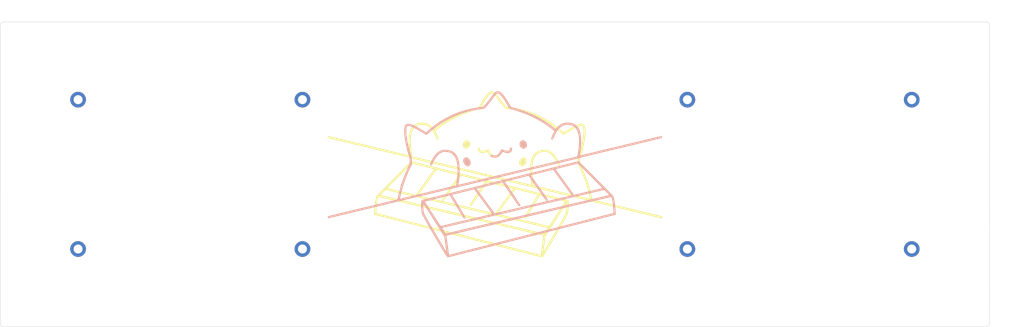
<source format=kicad_pcb>
(kicad_pcb (version 20211014) (generator pcbnew)
  (layers (0 "F.Cu" signal) (31 "B.Cu" signal) (34 "B.Paste" user) (35 "F.Paste" user) (36 "B.SilkS" user "B.Silkscreen") (37 "F.SilkS" user "F.Silkscreen") (38 "B.Mask" user) (39 "F.Mask" user) (44 "Edge.Cuts" user))
  (net 0 "")
  (footprint "Kb_part:lo_oc_nho" (layer "F.Cu") (at 196.088 118.364)
    (fp_text reference "REF**" hide)
    (fp_text value "lo_oc_nho" hide)
    (pad "" thru_hole circle (at 0 0) (size 4 4) (drill 2.2) (layers F&B.Cu *.Mask "Dwgs.User"))
  )
  (footprint "Kb_part:lo_oc_nho" (layer "F.Cu") (at 98.0394 118.364)
    (fp_text reference "REF**" hide)
    (fp_text value "lo_oc_nho" hide)
    (pad "" thru_hole circle (at 0 0) (size 4 4) (drill 2.2) (layers F&B.Cu *.Mask "Dwgs.User"))
  )
  (footprint "logo:logo" (layer "F.Cu") (at 147.063699 92.11245)
    (fp_text reference "G***" hide)
    (fp_text value "LOGO" hide)
  )
  (footprint "Kb_part:lo_oc_nho" (layer "F.Cu") (at 98.0394 80.264)
    (fp_text reference "REF**" hide)
    (fp_text value "lo_oc_nho" hide)
    (pad "" thru_hole circle (at 0 0) (size 4 4) (drill 2.2) (layers F&B.Cu *.Mask "Dwgs.User"))
  )
  (footprint "Kb_part:lo_oc_nho" (layer "F.Cu") (at 196.088 80.264)
    (fp_text reference "REF**" hide)
    (fp_text value "lo_oc_nho" hide)
    (pad "" thru_hole circle (at 0 0) (size 4 4) (drill 2.2) (layers F&B.Cu *.Mask "Dwgs.User"))
  )
  (footprint "Kb_part:lo_oc_nho" (layer "F.Cu") (at 253.238 80.264)
    (fp_text reference "REF**" hide)
    (fp_text value "lo_oc_nho" hide)
    (pad "" thru_hole circle (at 0 0) (size 4 4) (drill 2.2) (layers F&B.Cu *.Mask "Dwgs.User"))
  )
  (footprint "Kb_part:lo_oc_nho" (layer "F.Cu") (at 40.8894 118.364)
    (fp_text reference "REF**" hide)
    (fp_text value "lo_oc_nho" hide)
    (pad "" thru_hole circle (at 0 0) (size 4 4) (drill 2.2) (layers F&B.Cu *.Mask "Dwgs.User"))
  )
  (footprint "Kb_part:lo_oc_nho" (layer "F.Cu") (at 253.238 118.364)
    (fp_text reference "REF**" hide)
    (fp_text value "lo_oc_nho" hide)
    (pad "" thru_hole circle (at 0 0) (size 4 4) (drill 2.2) (layers F&B.Cu *.Mask "Dwgs.User"))
  )
  (footprint "Kb_part:lo_oc_nho" (layer "F.Cu") (at 40.8917 80.264)
    (fp_text reference "REF**" hide)
    (fp_text value "lo_oc_nho" hide)
    (pad "" thru_hole circle (at 0 0) (size 4 4) (drill 2.2) (layers *.Mask "F.Cu" "In1.Cu" "B.Cu" "Dwgs.User"))
  )
  (footprint "logo:logo" (layer "B.Cu") (at 147.0637 92.11245 180)
    (fp_text reference "G***" hide)
    (fp_text value "LOGO" hide)
  )
  (gr_circle (center 98.0394 118.364) (end 99.0554 118.872) (layer "Edge.Cuts") (width 0.1) (fill none))
  (gr_line (start 272.288048 60.452) (end 157.94965 60.452) (layer "Edge.Cuts") (width 0.1))
  (gr_arc (start 273.040752 137.414) (mid 272.817567 137.952816) (end 272.278752 138.176) (layer "Edge.Cuts") (width 0.1))
  (gr_circle (center 253.238 80.264) (end 254.254 80.772) (layer "Edge.Cuts") (width 0.1) (fill none))
  (gr_line (start 21.844048 138.176) (end 272.278752 138.176) (layer "Edge.Cuts") (width 0.1))
  (gr_arc (start 21.0774 61.214) (mid 21.303558 60.674912) (end 21.844011 60.452011) (layer "Edge.Cuts") (width 0.1))
  (gr_circle (center 98.0394 80.264) (end 99.0554 80.772) (layer "Edge.Cuts") (width 0.1) (fill none))
  (gr_arc (start 272.288048 60.452) (mid 272.826865 60.675184) (end 273.050048 61.214) (layer "Edge.Cuts") (width 0.1))
  (gr_circle (center 196.088 80.264) (end 197.104 80.772) (layer "Edge.Cuts") (width 0.1) (fill none))
  (gr_arc (start 21.844048 138.176) (mid 21.305234 137.952815) (end 21.082048 137.414) (layer "Edge.Cuts") (width 0.1))
  (gr_circle (center 253.238 118.364) (end 254.254 118.872) (layer "Edge.Cuts") (width 0.1) (fill none))
  (gr_circle (center 40.894 80.264) (end 41.91 80.772) (layer "Edge.Cuts") (width 0.1) (fill none))
  (gr_circle (center 196.088 118.364) (end 197.104 118.872) (layer "Edge.Cuts") (width 0.1) (fill none))
  (gr_line (start 21.844011 60.452011) (end 157.94965 60.452) (layer "Edge.Cuts") (width 0.1))
  (gr_line (start 273.040752 137.414) (end 273.050048 61.214) (layer "Edge.Cuts") (width 0.1))
  (gr_line (start 21.0774 61.214) (end 21.082048 137.414) (layer "Edge.Cuts") (width 0.1))
  (gr_circle (center 40.8894 118.364) (end 41.9054 118.872) (layer "Edge.Cuts") (width 0.1) (fill none))
)
</source>
